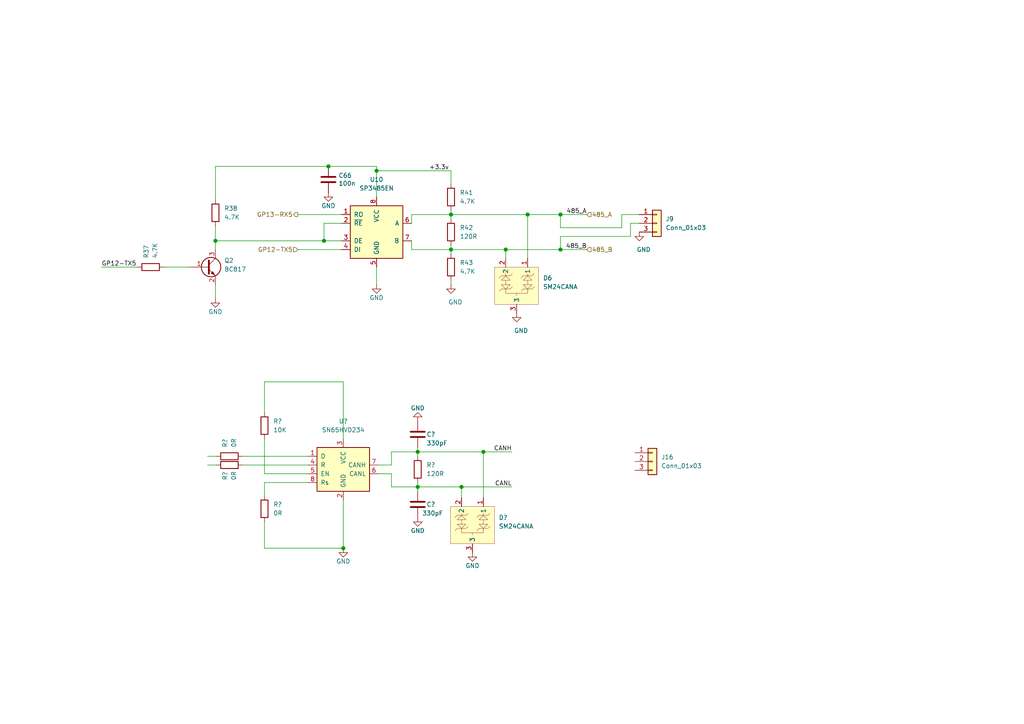
<source format=kicad_sch>
(kicad_sch (version 20201015) (generator eeschema)
  (page 1 9)
  (paper "A4")
  (lib_symbols
    (symbol "Connector_Generic:Conn_01x03" (pin_names (offset 1.016) hide)
      (property "Reference" "J" (at 0 5.08 0))
      (property "Value" "Conn_01x03" (at 0 -5.08 0))
      (symbol "Conn_01x03_1_1"
        (rectangle (start -1.27 -2.413) (end 0 -2.667) (stroke (width 0.1524)))
        (rectangle (start -1.27 2.667) (end 0 2.413) (stroke (width 0.1524)))
        (rectangle (start -1.27 3.81) (end 1.27 -3.81) (stroke (width 0.254)) (fill (type background)))
        (rectangle (start -1.27 0.127) (end 0 -0.127) (stroke (width 0.1524)))
        (pin passive line (at -5.08 2.54 0) (length 3.81) (name "Pin_1") (number "1"))
        (pin passive line (at -5.08 0 0) (length 3.81) (name "Pin_2") (number "2"))
        (pin passive line (at -5.08 -2.54 0) (length 3.81) (name "Pin_3") (number "3"))
      )
    )
    (symbol "Device:C" (pin_numbers hide) (pin_names (offset 0.254))
      (property "Reference" "C" (at 0.635 2.54 0))
      (property "Value" "C" (at 0.635 -2.54 0))
      (symbol "C_0_1"
        (polyline (pts (xy -2.032 -0.762) (xy 2.032 -0.762)) (stroke (width 0.508)))
        (polyline (pts (xy -2.032 0.762) (xy 2.032 0.762)) (stroke (width 0.508)))
      )
      (symbol "C_1_1"
        (pin passive line (at 0 3.81 270) (length 2.794) (name "~") (number "1"))
        (pin passive line (at 0 -3.81 90) (length 2.794) (name "~") (number "2"))
      )
    )
    (symbol "Device:R" (pin_numbers hide) (pin_names (offset 0))
      (property "Reference" "R" (at 2.032 0 90))
      (property "Value" "R" (at 0 0 90))
      (symbol "R_0_1"
        (rectangle (start -1.016 -2.54) (end 1.016 2.54) (stroke (width 0.254)))
      )
      (symbol "R_1_1"
        (pin passive line (at 0 3.81 270) (length 1.27) (name "~") (number "1"))
        (pin passive line (at 0 -3.81 90) (length 1.27) (name "~") (number "2"))
      )
    )
    (symbol "ESD:SM24CANA"
      (property "Reference" "D" (at -5.715 6.985 0))
      (property "Value" "SM24CANA" (at 8.255 -0.635 90))
      (symbol "SM24CANA_0_1"
        (rectangle (start -6.35 5.715) (end 6.35 -5.08) (stroke (width 0.001)) (fill (type background)))
        (polyline (pts (xy -3.175 3.175) (xy -4.445 1.905) (xy -1.905 1.905) (xy -3.175 3.175)) (stroke (width 0.0006)))
        (polyline (pts (xy -3.175 -0.635) (xy -1.905 0.635) (xy -4.445 0.635) (xy -3.175 -0.635)) (stroke (width 0.0006)))
        (polyline (pts (xy -3.175 3.175) (xy -4.445 3.175) (xy -5.08 2.54)) (stroke (width 0.0006)))
        (polyline (pts (xy -3.175 3.175) (xy -1.905 3.175) (xy -1.27 3.81)) (stroke (width 0.0006)))
        (polyline (pts (xy -3.175 -0.635) (xy -4.445 -0.635) (xy -5.08 -1.27)) (stroke (width 0.0006)))
        (polyline (pts (xy -3.175 -0.635) (xy -1.905 -0.635) (xy -1.27 0)) (stroke (width 0.0006)))
        (polyline (pts (xy -3.175 1.905) (xy -3.175 0.635)) (stroke (width 0.0006)))
        (polyline (pts (xy -3.175 3.175) (xy -3.175 3.81)) (stroke (width 0.0006)))
        (polyline (pts (xy -3.175 -0.635) (xy -3.175 -1.27)) (stroke (width 0.0006)))
        (polyline (pts (xy 3.175 3.175) (xy 1.905 1.905) (xy 4.445 1.905) (xy 3.175 3.175)) (stroke (width 0.0006)))
        (polyline (pts (xy 3.175 -0.635) (xy 4.445 0.635) (xy 1.905 0.635) (xy 3.175 -0.635)) (stroke (width 0.0006)))
        (polyline (pts (xy 3.175 3.175) (xy 1.905 3.175) (xy 1.27 2.54)) (stroke (width 0.0006)))
        (polyline (pts (xy 3.175 3.175) (xy 4.445 3.175) (xy 5.08 3.81)) (stroke (width 0.0006)))
        (polyline (pts (xy 3.175 -0.635) (xy 1.905 -0.635) (xy 1.27 -1.27)) (stroke (width 0.0006)))
        (polyline (pts (xy 3.175 -0.635) (xy 4.445 -0.635) (xy 5.08 0)) (stroke (width 0.0006)))
        (polyline (pts (xy 3.175 1.905) (xy 3.175 0.635)) (stroke (width 0.0006)))
        (polyline (pts (xy 3.175 3.175) (xy 3.175 3.81)) (stroke (width 0.0006)))
        (polyline (pts (xy 3.175 -0.635) (xy 3.175 -1.27)) (stroke (width 0.0006)))
        (polyline (pts (xy 3.175 -1.27) (xy 3.175 -1.905) (xy -3.175 -1.905) (xy -3.175 -1.27)) (stroke (width 0.0006)))
        (polyline (pts (xy 0 -1.905) (xy 0 -2.54)) (stroke (width 0.0006)))
      )
      (symbol "SM24CANA_1_1"
        (pin passive line (at 3.175 8.255 270) (length 2.54) (name "1") (number "1"))
        (pin passive line (at -3.175 8.255 270) (length 2.54) (name "2") (number "2"))
        (pin passive line (at 0 -7.62 90) (length 2.54) (name "3") (number "3"))
      )
    )
    (symbol "ESD:SM24CANA_1"
      (property "Reference" "D" (at -5.715 6.985 0))
      (property "Value" "SM24CANA" (at 8.255 -0.635 90))
      (symbol "SM24CANA_1_0_1"
        (rectangle (start -6.35 5.715) (end 6.35 -5.08) (stroke (width 0.001)) (fill (type background)))
        (polyline (pts (xy -3.175 3.175) (xy -4.445 1.905) (xy -1.905 1.905) (xy -3.175 3.175)) (stroke (width 0.0006)))
        (polyline (pts (xy -3.175 -0.635) (xy -1.905 0.635) (xy -4.445 0.635) (xy -3.175 -0.635)) (stroke (width 0.0006)))
        (polyline (pts (xy -3.175 3.175) (xy -4.445 3.175) (xy -5.08 2.54)) (stroke (width 0.0006)))
        (polyline (pts (xy -3.175 3.175) (xy -1.905 3.175) (xy -1.27 3.81)) (stroke (width 0.0006)))
        (polyline (pts (xy -3.175 -0.635) (xy -4.445 -0.635) (xy -5.08 -1.27)) (stroke (width 0.0006)))
        (polyline (pts (xy -3.175 -0.635) (xy -1.905 -0.635) (xy -1.27 0)) (stroke (width 0.0006)))
        (polyline (pts (xy -3.175 1.905) (xy -3.175 0.635)) (stroke (width 0.0006)))
        (polyline (pts (xy -3.175 3.175) (xy -3.175 3.81)) (stroke (width 0.0006)))
        (polyline (pts (xy -3.175 -0.635) (xy -3.175 -1.27)) (stroke (width 0.0006)))
        (polyline (pts (xy 3.175 3.175) (xy 1.905 1.905) (xy 4.445 1.905) (xy 3.175 3.175)) (stroke (width 0.0006)))
        (polyline (pts (xy 3.175 -0.635) (xy 4.445 0.635) (xy 1.905 0.635) (xy 3.175 -0.635)) (stroke (width 0.0006)))
        (polyline (pts (xy 3.175 3.175) (xy 1.905 3.175) (xy 1.27 2.54)) (stroke (width 0.0006)))
        (polyline (pts (xy 3.175 3.175) (xy 4.445 3.175) (xy 5.08 3.81)) (stroke (width 0.0006)))
        (polyline (pts (xy 3.175 -0.635) (xy 1.905 -0.635) (xy 1.27 -1.27)) (stroke (width 0.0006)))
        (polyline (pts (xy 3.175 -0.635) (xy 4.445 -0.635) (xy 5.08 0)) (stroke (width 0.0006)))
        (polyline (pts (xy 3.175 1.905) (xy 3.175 0.635)) (stroke (width 0.0006)))
        (polyline (pts (xy 3.175 3.175) (xy 3.175 3.81)) (stroke (width 0.0006)))
        (polyline (pts (xy 3.175 -0.635) (xy 3.175 -1.27)) (stroke (width 0.0006)))
        (polyline (pts (xy 3.175 -1.27) (xy 3.175 -1.905) (xy -3.175 -1.905) (xy -3.175 -1.27)) (stroke (width 0.0006)))
        (polyline (pts (xy 0 -1.905) (xy 0 -2.54)) (stroke (width 0.0006)))
      )
      (symbol "SM24CANA_1_1_1"
        (pin passive line (at 3.175 8.255 270) (length 2.54) (name "1") (number "1"))
        (pin passive line (at -3.175 8.255 270) (length 2.54) (name "2") (number "2"))
        (pin passive line (at 0 -7.62 90) (length 2.54) (name "3") (number "3"))
      )
    )
    (symbol "Interface_CAN_LIN:SN65HVD234" (pin_names (offset 1.016))
      (property "Reference" "U" (at -2.54 10.16 0))
      (property "Value" "SN65HVD234" (at -2.54 7.62 0))
      (symbol "SN65HVD234_0_1"
        (rectangle (start -7.62 5.08) (end 7.62 -7.62) (stroke (width 0.254)) (fill (type background)))
      )
      (symbol "SN65HVD234_1_1"
        (pin input line (at -10.16 2.54 0) (length 2.54) (name "D") (number "1"))
        (pin power_in line (at 0 -10.16 90) (length 2.54) (name "GND") (number "2"))
        (pin power_in line (at 0 7.62 270) (length 2.54) (name "VCC") (number "3"))
        (pin output line (at -10.16 0 0) (length 2.54) (name "R") (number "4"))
        (pin input line (at -10.16 -2.54 0) (length 2.54) (name "EN") (number "5"))
        (pin bidirectional line (at 10.16 -2.54 180) (length 2.54) (name "CANL") (number "6"))
        (pin bidirectional line (at 10.16 0 180) (length 2.54) (name "CANH") (number "7"))
        (pin input line (at -10.16 -5.08 0) (length 2.54) (name "Rs") (number "8"))
      )
    )
    (symbol "Interface_UART:SP3485EN" (pin_names (offset 1.016))
      (property "Reference" "U" (at -7.62 8.89 0))
      (property "Value" "SP3485EN" (at 2.54 8.89 0))
      (symbol "SP3485EN_0_1"
        (rectangle (start -7.62 7.62) (end 7.62 -7.62) (stroke (width 0.254)) (fill (type background)))
      )
      (symbol "SP3485EN_1_1"
        (pin output line (at -10.16 5.08 0) (length 2.54) (name "RO") (number "1"))
        (pin input line (at -10.16 2.54 0) (length 2.54) (name "~RE~") (number "2"))
        (pin input line (at -10.16 -2.54 0) (length 2.54) (name "DE") (number "3"))
        (pin input line (at -10.16 -5.08 0) (length 2.54) (name "DI") (number "4"))
        (pin power_in line (at 0 -10.16 90) (length 2.54) (name "GND") (number "5"))
        (pin bidirectional line (at 10.16 2.54 180) (length 2.54) (name "A") (number "6"))
        (pin bidirectional line (at 10.16 -2.54 180) (length 2.54) (name "B") (number "7"))
        (pin power_in line (at 0 10.16 270) (length 2.54) (name "VCC") (number "8"))
      )
    )
    (symbol "Transistor_BJT:BC817" (pin_names (offset 0) hide)
      (property "Reference" "Q" (at 5.08 1.905 0))
      (property "Value" "BC817" (at 5.08 0 0))
      (symbol "BC817_0_1"
        (circle (center 1.27 0) (radius 2.8194) (stroke (width 0.254)))
        (polyline (pts (xy 0.635 0.635) (xy 2.54 2.54)))
        (polyline (pts (xy 0.635 -0.635) (xy 2.54 -2.54) (xy 2.54 -2.54)))
        (polyline (pts (xy 0.635 1.905) (xy 0.635 -1.905) (xy 0.635 -1.905)) (stroke (width 0.508)))
        (polyline (pts (xy 1.27 -1.778) (xy 1.778 -1.27) (xy 2.286 -2.286) (xy 1.27 -1.778) (xy 1.27 -1.778)) (fill (type outline)))
      )
      (symbol "BC817_1_1"
        (pin input line (at -5.08 0 0) (length 5.715) (name "B") (number "1"))
        (pin passive line (at 2.54 -5.08 90) (length 2.54) (name "E") (number "2"))
        (pin passive line (at 2.54 5.08 270) (length 2.54) (name "C") (number "3"))
      )
    )
    (symbol "power:GND" (power) (pin_names (offset 0))
      (property "Value" "GND" (at 0 -3.81 0))
      (symbol "GND_0_1"
        (polyline (pts (xy 0 0) (xy 0 -1.27) (xy 1.27 -1.27) (xy 0 -2.54) (xy -1.27 -1.27) (xy 0 -1.27)))
      )
      (symbol "GND_1_1"
        (pin power_in line (at 0 0 270) (length 0) hide (name "GND") (number "1"))
      )
    )
  )
  (junction (at 62.484 69.85) (diameter 1.016))
  (junction (at 93.98 69.85) (diameter 1.016))
  (junction (at 95.25 48.26) (diameter 1.016))
  (junction (at 99.568 159.004) (diameter 1.016))
  (junction (at 109.22 49.53) (diameter 1.016))
  (junction (at 121.158 131.064) (diameter 1.016))
  (junction (at 121.158 141.224) (diameter 1.016))
  (junction (at 130.81 62.23) (diameter 1.016))
  (junction (at 130.81 72.39) (diameter 1.016))
  (junction (at 133.858 141.224) (diameter 1.016))
  (junction (at 140.208 131.064) (diameter 1.016))
  (junction (at 146.685 72.39) (diameter 1.016))
  (junction (at 153.035 62.23) (diameter 1.016))
  (junction (at 162.56 62.23) (diameter 1.016))
  (junction (at 162.56 72.39) (diameter 1.016))
  (wire (pts (xy 29.464 77.47) (xy 39.878 77.47)))
  (wire (pts (xy 47.498 77.47) (xy 54.864 77.47)))
  (wire (pts (xy 60.198 132.334) (xy 62.738 132.334)))
  (wire (pts (xy 60.198 134.874) (xy 62.738 134.874)))
  (wire (pts (xy 62.484 48.26) (xy 95.25 48.26)))
  (wire (pts (xy 62.484 57.912) (xy 62.484 48.26)))
  (wire (pts (xy 62.484 65.532) (xy 62.484 69.85)))
  (wire (pts (xy 62.484 69.85) (xy 62.484 72.39)))
  (wire (pts (xy 62.484 69.85) (xy 93.98 69.85)))
  (wire (pts (xy 62.484 82.55) (xy 62.484 86.614)))
  (wire (pts (xy 70.358 132.334) (xy 89.408 132.334)))
  (wire (pts (xy 70.358 134.874) (xy 89.408 134.874)))
  (wire (pts (xy 76.708 110.744) (xy 76.708 119.634)))
  (wire (pts (xy 76.708 127.254) (xy 76.708 137.414)))
  (wire (pts (xy 76.708 137.414) (xy 89.408 137.414)))
  (wire (pts (xy 76.708 139.954) (xy 76.708 143.764)))
  (wire (pts (xy 76.708 159.004) (xy 76.708 151.384)))
  (wire (pts (xy 86.36 62.23) (xy 99.06 62.23)))
  (wire (pts (xy 86.36 72.39) (xy 99.06 72.39)))
  (wire (pts (xy 89.408 139.954) (xy 76.708 139.954)))
  (wire (pts (xy 93.98 64.77) (xy 93.98 69.85)))
  (wire (pts (xy 93.98 69.85) (xy 99.06 69.85)))
  (wire (pts (xy 95.25 48.26) (xy 109.22 48.26)))
  (wire (pts (xy 99.06 64.77) (xy 93.98 64.77)))
  (wire (pts (xy 99.568 110.744) (xy 76.708 110.744)))
  (wire (pts (xy 99.568 127.254) (xy 99.568 110.744)))
  (wire (pts (xy 99.568 145.034) (xy 99.568 159.004)))
  (wire (pts (xy 99.568 159.004) (xy 76.708 159.004)))
  (wire (pts (xy 109.22 48.26) (xy 109.22 49.53)))
  (wire (pts (xy 109.22 49.53) (xy 130.81 49.53)))
  (wire (pts (xy 109.22 57.15) (xy 109.22 49.53)))
  (wire (pts (xy 109.22 77.47) (xy 109.22 82.55)))
  (wire (pts (xy 109.728 134.874) (xy 113.538 134.874)))
  (wire (pts (xy 109.728 137.414) (xy 113.538 137.414)))
  (wire (pts (xy 113.538 131.064) (xy 121.158 131.064)))
  (wire (pts (xy 113.538 134.874) (xy 113.538 131.064)))
  (wire (pts (xy 113.538 137.414) (xy 113.538 141.224)))
  (wire (pts (xy 113.538 141.224) (xy 121.158 141.224)))
  (wire (pts (xy 119.38 62.23) (xy 119.38 64.77)))
  (wire (pts (xy 119.38 69.85) (xy 119.38 72.39)))
  (wire (pts (xy 121.158 129.794) (xy 121.158 131.064)))
  (wire (pts (xy 121.158 131.064) (xy 121.158 132.334)))
  (wire (pts (xy 121.158 131.064) (xy 140.208 131.064)))
  (wire (pts (xy 121.158 139.954) (xy 121.158 141.224)))
  (wire (pts (xy 121.158 141.224) (xy 121.158 142.494)))
  (wire (pts (xy 121.158 141.224) (xy 133.858 141.224)))
  (wire (pts (xy 130.81 49.53) (xy 130.81 53.34)))
  (wire (pts (xy 130.81 60.96) (xy 130.81 62.23)))
  (wire (pts (xy 130.81 62.23) (xy 119.38 62.23)))
  (wire (pts (xy 130.81 62.23) (xy 130.81 63.5)))
  (wire (pts (xy 130.81 62.23) (xy 153.035 62.23)))
  (wire (pts (xy 130.81 71.12) (xy 130.81 72.39)))
  (wire (pts (xy 130.81 72.39) (xy 119.38 72.39)))
  (wire (pts (xy 130.81 72.39) (xy 130.81 73.66)))
  (wire (pts (xy 130.81 72.39) (xy 146.685 72.39)))
  (wire (pts (xy 130.81 81.28) (xy 130.81 82.55)))
  (wire (pts (xy 133.858 141.224) (xy 133.858 144.399)))
  (wire (pts (xy 133.858 141.224) (xy 148.463 141.224)))
  (wire (pts (xy 140.208 131.064) (xy 140.208 144.399)))
  (wire (pts (xy 140.208 131.064) (xy 148.463 131.064)))
  (wire (pts (xy 146.685 72.39) (xy 146.685 74.93)))
  (wire (pts (xy 146.685 72.39) (xy 162.56 72.39)))
  (wire (pts (xy 153.035 62.23) (xy 153.035 74.93)))
  (wire (pts (xy 153.035 62.23) (xy 162.56 62.23)))
  (wire (pts (xy 162.56 62.23) (xy 170.18 62.23)))
  (wire (pts (xy 162.56 66.04) (xy 162.56 62.23)))
  (wire (pts (xy 162.56 68.58) (xy 182.88 68.58)))
  (wire (pts (xy 162.56 72.39) (xy 162.56 68.58)))
  (wire (pts (xy 162.56 72.39) (xy 170.18 72.39)))
  (wire (pts (xy 180.34 62.23) (xy 180.34 66.04)))
  (wire (pts (xy 180.34 66.04) (xy 162.56 66.04)))
  (wire (pts (xy 182.88 64.77) (xy 185.42 64.77)))
  (wire (pts (xy 182.88 68.58) (xy 182.88 64.77)))
  (wire (pts (xy 185.42 62.23) (xy 180.34 62.23)))
  (label "GP12-TX5" (at 29.464 77.47 0))
  (label "+3.3v" (at 124.46 49.53 0))
  (label "CANH" (at 148.463 131.064 180))
  (label "CANL" (at 148.463 141.224 180))
  (label "485_A" (at 170.18 62.23 180))
  (label "485_B" (at 170.18 72.39 180))
  (hierarchical_label "GP13-RX5" (shape output) (at 86.36 62.23 180))
  (hierarchical_label "GP12-TX5" (shape input) (at 86.36 72.39 180))
  (hierarchical_label "485_A" (shape input) (at 170.18 62.23 0))
  (hierarchical_label "485_B" (shape input) (at 170.18 72.39 0))
  (symbol (lib_id "power:GND") (at 62.484 86.614 0) (unit 1)
    (property "Reference" "#PWR0115" (effects hide))
    (property "Value" "GND" (at 62.484 90.424 0))
  )
  (symbol (lib_id "power:GND") (at 95.25 55.88 0) (unit 1)
    (property "Reference" "#PWR022" (effects hide))
    (property "Value" "GND" (at 95.25 59.69 0))
  )
  (symbol (lib_id "power:GND") (at 99.568 159.004 0) (unit 1)
    (property "Reference" "#PWR?" (effects hide))
    (property "Value" "GND" (at 99.568 162.814 0))
  )
  (symbol (lib_id "power:GND") (at 109.22 82.55 0) (unit 1)
    (property "Reference" "#PWR029" (effects hide))
    (property "Value" "GND" (at 109.22 86.36 0))
  )
  (symbol (lib_id "power:GND") (at 121.158 122.174 180) (unit 1)
    (property "Reference" "#PWR?" (effects hide))
    (property "Value" "GND" (at 121.158 118.364 0))
  )
  (symbol (lib_id "power:GND") (at 121.158 150.114 0) (unit 1)
    (property "Reference" "#PWR?" (effects hide))
    (property "Value" "GND" (at 121.158 153.924 0))
  )
  (symbol (lib_id "power:GND") (at 130.81 82.55 0) (unit 1)
    (property "Reference" "#PWR039" (effects hide))
    (property "Value" "GND" (at 132.08 87.63 0))
  )
  (symbol (lib_id "power:GND") (at 137.033 160.274 0) (unit 1)
    (property "Reference" "#PWR?" (effects hide))
    (property "Value" "GND" (at 137.033 164.084 0))
  )
  (symbol (lib_id "power:GND") (at 149.86 90.805 0) (unit 1)
    (property "Reference" "#PWR046" (effects hide))
    (property "Value" "GND" (at 151.13 95.885 0))
  )
  (symbol (lib_id "power:GND") (at 185.42 67.31 0) (unit 1)
    (property "Reference" "#PWR0106" (effects hide))
    (property "Value" "GND" (at 186.69 72.39 0))
  )
  (symbol (lib_id "Device:R") (at 43.688 77.47 90) (unit 1)
    (property "Reference" "R37" (at 42.418 74.93 0) (effects (justify left)))
    (property "Value" "4.7K" (at 44.958 74.93 0) (effects (justify left)))
    (property "Footprint" "Resistor_SMD:R_0402_1005Metric" (effects hide))
  )
  (symbol (lib_id "Device:R") (at 62.484 61.722 0) (unit 1)
    (property "Reference" "R38" (at 65.024 60.452 0) (effects (justify left)))
    (property "Value" "4.7K" (at 65.024 62.992 0) (effects (justify left)))
    (property "Footprint" "Resistor_SMD:R_0402_1005Metric" (effects hide))
  )
  (symbol (lib_id "Device:R") (at 66.548 132.334 90) (unit 1)
    (property "Reference" "R?" (at 65.278 129.794 0) (effects (justify left)))
    (property "Value" "0R" (at 67.818 129.794 0) (effects (justify left)))
    (property "Footprint" "Resistor_SMD:R_0402_1005Metric" (effects hide))
  )
  (symbol (lib_id "Device:R") (at 66.548 134.874 90) (unit 1)
    (property "Reference" "R?" (at 65.278 139.319 0) (effects (justify left)))
    (property "Value" "0R" (at 67.818 139.319 0) (effects (justify left)))
    (property "Footprint" "Resistor_SMD:R_0402_1005Metric" (effects hide))
  )
  (symbol (lib_id "Device:R") (at 76.708 123.444 0) (unit 1)
    (property "Reference" "R?" (at 79.248 122.174 0) (effects (justify left)))
    (property "Value" "10K" (at 79.248 124.714 0) (effects (justify left)))
    (property "Footprint" "Resistor_SMD:R_0402_1005Metric" (effects hide))
  )
  (symbol (lib_id "Device:R") (at 76.708 147.574 0) (unit 1)
    (property "Reference" "R?" (at 79.248 146.304 0) (effects (justify left)))
    (property "Value" "0R" (at 79.248 148.844 0) (effects (justify left)))
    (property "Footprint" "Resistor_SMD:R_0402_1005Metric" (effects hide))
  )
  (symbol (lib_id "Device:R") (at 121.158 136.144 0) (unit 1)
    (property "Reference" "R?" (at 123.698 134.874 0) (effects (justify left)))
    (property "Value" "120R" (at 123.698 137.414 0) (effects (justify left)))
    (property "Footprint" "Resistor_SMD:R_0402_1005Metric" (effects hide))
  )
  (symbol (lib_id "Device:R") (at 130.81 57.15 0) (unit 1)
    (property "Reference" "R41" (at 133.35 55.88 0) (effects (justify left)))
    (property "Value" "4.7K" (at 133.35 58.42 0) (effects (justify left)))
    (property "Footprint" "Resistor_SMD:R_0402_1005Metric" (effects hide))
  )
  (symbol (lib_id "Device:R") (at 130.81 67.31 0) (unit 1)
    (property "Reference" "R42" (at 133.35 66.04 0) (effects (justify left)))
    (property "Value" "120R" (at 133.35 68.58 0) (effects (justify left)))
    (property "Footprint" "Resistor_SMD:R_0402_1005Metric" (effects hide))
  )
  (symbol (lib_id "Device:R") (at 130.81 77.47 0) (unit 1)
    (property "Reference" "R43" (at 133.35 76.2 0) (effects (justify left)))
    (property "Value" "4.7K" (at 133.35 78.74 0) (effects (justify left)))
    (property "Footprint" "Resistor_SMD:R_0402_1005Metric" (effects hide))
  )
  (symbol (lib_id "Device:C") (at 95.25 52.07 0) (unit 1)
    (property "Reference" "C66" (at 98.171 50.9016 0) (effects (justify left)))
    (property "Value" "100n" (at 98.171 53.213 0) (effects (justify left)))
    (property "Footprint" "Capacitor_SMD:C_0402_1005Metric" (effects hide))
    (property "Datasheet" "https://search.murata.co.jp/Ceramy/image/img/A01X/G101/ENG/GRM155R71C104KA88-01.pdf" (effects hide))
    (property "Field4" "Farnell" (effects hide))
    (property "Field5" "2611911" (effects hide))
    (property "Field6" "RM EMK105 B7104KV-F" (effects hide))
    (property "Field7" "TAIYO YUDEN EUROPE GMBH" (effects hide))
    (property "Part Description" "	0.1uF 10% 16V Ceramic Capacitor X7R 0402 (1005 Metric)" (effects hide))
    (property "Field8" "110091611" (effects hide))
  )
  (symbol (lib_id "Device:C") (at 121.158 125.984 0) (unit 1)
    (property "Reference" "C?" (at 123.698 125.984 0) (effects (justify left)))
    (property "Value" "330pF" (at 123.698 128.524 0) (effects (justify left)))
    (property "Footprint" "Capacitor_SMD:C_0402_1005Metric" (effects hide))
  )
  (symbol (lib_id "Device:C") (at 121.158 146.304 0) (unit 1)
    (property "Reference" "C?" (at 123.698 146.304 0) (effects (justify left)))
    (property "Value" "330pF" (at 122.428 148.844 0) (effects (justify left)))
    (property "Footprint" "Capacitor_SMD:C_0402_1005Metric" (effects hide))
  )
  (symbol (lib_id "Connector_Generic:Conn_01x03") (at 189.23 133.858 0) (unit 1)
    (property "Reference" "J16" (at 191.77 132.588 0) (effects (justify left)))
    (property "Value" "Conn_01x03" (at 191.77 135.128 0) (effects (justify left)))
    (property "Footprint" "TerminalBlock_TE-Connectivity:TerminalBlock_TE_282834-3_1x03_P2.54mm_Horizontal" (effects hide))
  )
  (symbol (lib_id "Connector_Generic:Conn_01x03") (at 190.5 64.77 0) (unit 1)
    (property "Reference" "J9" (at 193.04 63.5 0) (effects (justify left)))
    (property "Value" "Conn_01x03" (at 193.04 66.04 0) (effects (justify left)))
    (property "Footprint" "TerminalBlock_TE-Connectivity:TerminalBlock_TE_282834-3_1x03_P2.54mm_Horizontal" (effects hide))
  )
  (symbol (lib_id "Transistor_BJT:BC817") (at 59.944 77.47 0) (unit 1)
    (property "Reference" "Q2" (at 65.024 75.565 0) (effects (justify left)))
    (property "Value" "BC817" (at 65.024 78.105 0) (effects (justify left)))
    (property "Footprint" "Package_TO_SOT_SMD:SOT-23" (effects hide))
    (property "Datasheet" "https://www.onsemi.com/pub/Collateral/BC818-D.pdf" (effects hide))
  )
  (symbol (lib_name "ESD:SM24CANA_1") (lib_id "ESD:SM24CANA") (at 137.033 152.654 0) (unit 1)
    (property "Reference" "D?" (at 144.653 150.114 0) (effects (justify left)))
    (property "Value" "SM24CANA" (at 144.653 152.654 0) (effects (justify left)))
    (property "Footprint" "Package_TO_SOT_SMD:SOT-23" (effects hide))
  )
  (symbol (lib_id "ESD:SM24CANA") (at 149.86 83.185 0) (unit 1)
    (property "Reference" "D6" (at 157.48 80.645 0) (effects (justify left)))
    (property "Value" "SM24CANA" (at 157.48 83.185 0) (effects (justify left)))
    (property "Footprint" "Package_TO_SOT_SMD:SOT-23" (effects hide))
  )
  (symbol (lib_id "Interface_CAN_LIN:SN65HVD234") (at 99.568 134.874 0) (unit 1)
    (property "Reference" "U?" (at 99.568 122.174 0))
    (property "Value" "SN65HVD234" (at 99.568 124.714 0))
    (property "Footprint" "Package_SO:SOIC-8_3.9x4.9mm_P1.27mm" (effects hide))
    (property "Datasheet" "http://www.ti.com/lit/ds/symlink/sn65hvd234.pdf" (effects hide))
  )
  (symbol (lib_id "Interface_UART:SP3485EN") (at 109.22 67.31 0) (unit 1)
    (property "Reference" "U10" (at 109.22 52.07 0))
    (property "Value" "SP3485EN" (at 109.22 54.61 0))
    (property "Footprint" "Package_SO:SOIC-8_3.9x4.9mm_P1.27mm" (effects hide))
    (property "Datasheet" "http://www.icbase.com/pdf/SPX/SPX00480106.pdf" (effects hide))
  )
)
</source>
